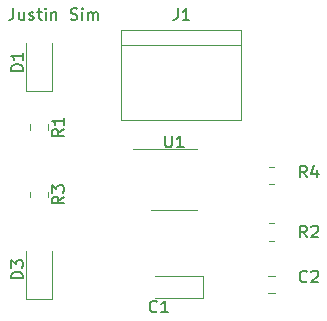
<source format=gbr>
%TF.GenerationSoftware,KiCad,Pcbnew,(6.0.10)*%
%TF.CreationDate,2023-02-16T14:21:40-08:00*%
%TF.ProjectId,Lab_4.2,4c61625f-342e-4322-9e6b-696361645f70,rev?*%
%TF.SameCoordinates,Original*%
%TF.FileFunction,Legend,Top*%
%TF.FilePolarity,Positive*%
%FSLAX46Y46*%
G04 Gerber Fmt 4.6, Leading zero omitted, Abs format (unit mm)*
G04 Created by KiCad (PCBNEW (6.0.10)) date 2023-02-16 14:21:40*
%MOMM*%
%LPD*%
G01*
G04 APERTURE LIST*
%ADD10C,0.150000*%
%ADD11C,0.120000*%
G04 APERTURE END LIST*
D10*
X127992619Y-71207380D02*
X127992619Y-71921666D01*
X127945000Y-72064523D01*
X127849761Y-72159761D01*
X127706904Y-72207380D01*
X127611666Y-72207380D01*
X128897380Y-71540714D02*
X128897380Y-72207380D01*
X128468809Y-71540714D02*
X128468809Y-72064523D01*
X128516428Y-72159761D01*
X128611666Y-72207380D01*
X128754523Y-72207380D01*
X128849761Y-72159761D01*
X128897380Y-72112142D01*
X129325952Y-72159761D02*
X129421190Y-72207380D01*
X129611666Y-72207380D01*
X129706904Y-72159761D01*
X129754523Y-72064523D01*
X129754523Y-72016904D01*
X129706904Y-71921666D01*
X129611666Y-71874047D01*
X129468809Y-71874047D01*
X129373571Y-71826428D01*
X129325952Y-71731190D01*
X129325952Y-71683571D01*
X129373571Y-71588333D01*
X129468809Y-71540714D01*
X129611666Y-71540714D01*
X129706904Y-71588333D01*
X130040238Y-71540714D02*
X130421190Y-71540714D01*
X130183095Y-71207380D02*
X130183095Y-72064523D01*
X130230714Y-72159761D01*
X130325952Y-72207380D01*
X130421190Y-72207380D01*
X130754523Y-72207380D02*
X130754523Y-71540714D01*
X130754523Y-71207380D02*
X130706904Y-71255000D01*
X130754523Y-71302619D01*
X130802142Y-71255000D01*
X130754523Y-71207380D01*
X130754523Y-71302619D01*
X131230714Y-71540714D02*
X131230714Y-72207380D01*
X131230714Y-71635952D02*
X131278333Y-71588333D01*
X131373571Y-71540714D01*
X131516428Y-71540714D01*
X131611666Y-71588333D01*
X131659285Y-71683571D01*
X131659285Y-72207380D01*
X132849761Y-72159761D02*
X132992619Y-72207380D01*
X133230714Y-72207380D01*
X133325952Y-72159761D01*
X133373571Y-72112142D01*
X133421190Y-72016904D01*
X133421190Y-71921666D01*
X133373571Y-71826428D01*
X133325952Y-71778809D01*
X133230714Y-71731190D01*
X133040238Y-71683571D01*
X132945000Y-71635952D01*
X132897380Y-71588333D01*
X132849761Y-71493095D01*
X132849761Y-71397857D01*
X132897380Y-71302619D01*
X132945000Y-71255000D01*
X133040238Y-71207380D01*
X133278333Y-71207380D01*
X133421190Y-71255000D01*
X133849761Y-72207380D02*
X133849761Y-71540714D01*
X133849761Y-71207380D02*
X133802142Y-71255000D01*
X133849761Y-71302619D01*
X133897380Y-71255000D01*
X133849761Y-71207380D01*
X133849761Y-71302619D01*
X134325952Y-72207380D02*
X134325952Y-71540714D01*
X134325952Y-71635952D02*
X134373571Y-71588333D01*
X134468809Y-71540714D01*
X134611666Y-71540714D01*
X134706904Y-71588333D01*
X134754523Y-71683571D01*
X134754523Y-72207380D01*
X134754523Y-71683571D02*
X134802142Y-71588333D01*
X134897380Y-71540714D01*
X135040238Y-71540714D01*
X135135476Y-71588333D01*
X135183095Y-71683571D01*
X135183095Y-72207380D01*
%TO.C,J1*%
X141906666Y-71207380D02*
X141906666Y-71921666D01*
X141859047Y-72064523D01*
X141763809Y-72159761D01*
X141620952Y-72207380D01*
X141525714Y-72207380D01*
X142906666Y-72207380D02*
X142335238Y-72207380D01*
X142620952Y-72207380D02*
X142620952Y-71207380D01*
X142525714Y-71350238D01*
X142430476Y-71445476D01*
X142335238Y-71493095D01*
%TO.C,R2*%
X152868333Y-90622380D02*
X152535000Y-90146190D01*
X152296904Y-90622380D02*
X152296904Y-89622380D01*
X152677857Y-89622380D01*
X152773095Y-89670000D01*
X152820714Y-89717619D01*
X152868333Y-89812857D01*
X152868333Y-89955714D01*
X152820714Y-90050952D01*
X152773095Y-90098571D01*
X152677857Y-90146190D01*
X152296904Y-90146190D01*
X153249285Y-89717619D02*
X153296904Y-89670000D01*
X153392142Y-89622380D01*
X153630238Y-89622380D01*
X153725476Y-89670000D01*
X153773095Y-89717619D01*
X153820714Y-89812857D01*
X153820714Y-89908095D01*
X153773095Y-90050952D01*
X153201666Y-90622380D01*
X153820714Y-90622380D01*
%TO.C,C2*%
X152868333Y-94337142D02*
X152820714Y-94384761D01*
X152677857Y-94432380D01*
X152582619Y-94432380D01*
X152439761Y-94384761D01*
X152344523Y-94289523D01*
X152296904Y-94194285D01*
X152249285Y-94003809D01*
X152249285Y-93860952D01*
X152296904Y-93670476D01*
X152344523Y-93575238D01*
X152439761Y-93480000D01*
X152582619Y-93432380D01*
X152677857Y-93432380D01*
X152820714Y-93480000D01*
X152868333Y-93527619D01*
X153249285Y-93527619D02*
X153296904Y-93480000D01*
X153392142Y-93432380D01*
X153630238Y-93432380D01*
X153725476Y-93480000D01*
X153773095Y-93527619D01*
X153820714Y-93622857D01*
X153820714Y-93718095D01*
X153773095Y-93860952D01*
X153201666Y-94432380D01*
X153820714Y-94432380D01*
%TO.C,C1*%
X140168333Y-96877142D02*
X140120714Y-96924761D01*
X139977857Y-96972380D01*
X139882619Y-96972380D01*
X139739761Y-96924761D01*
X139644523Y-96829523D01*
X139596904Y-96734285D01*
X139549285Y-96543809D01*
X139549285Y-96400952D01*
X139596904Y-96210476D01*
X139644523Y-96115238D01*
X139739761Y-96020000D01*
X139882619Y-95972380D01*
X139977857Y-95972380D01*
X140120714Y-96020000D01*
X140168333Y-96067619D01*
X141120714Y-96972380D02*
X140549285Y-96972380D01*
X140835000Y-96972380D02*
X140835000Y-95972380D01*
X140739761Y-96115238D01*
X140644523Y-96210476D01*
X140549285Y-96258095D01*
%TO.C,D3*%
X128807380Y-94083095D02*
X127807380Y-94083095D01*
X127807380Y-93845000D01*
X127855000Y-93702142D01*
X127950238Y-93606904D01*
X128045476Y-93559285D01*
X128235952Y-93511666D01*
X128378809Y-93511666D01*
X128569285Y-93559285D01*
X128664523Y-93606904D01*
X128759761Y-93702142D01*
X128807380Y-93845000D01*
X128807380Y-94083095D01*
X127807380Y-93178333D02*
X127807380Y-92559285D01*
X128188333Y-92892619D01*
X128188333Y-92749761D01*
X128235952Y-92654523D01*
X128283571Y-92606904D01*
X128378809Y-92559285D01*
X128616904Y-92559285D01*
X128712142Y-92606904D01*
X128759761Y-92654523D01*
X128807380Y-92749761D01*
X128807380Y-93035476D01*
X128759761Y-93130714D01*
X128712142Y-93178333D01*
%TO.C,R4*%
X152868333Y-85542380D02*
X152535000Y-85066190D01*
X152296904Y-85542380D02*
X152296904Y-84542380D01*
X152677857Y-84542380D01*
X152773095Y-84590000D01*
X152820714Y-84637619D01*
X152868333Y-84732857D01*
X152868333Y-84875714D01*
X152820714Y-84970952D01*
X152773095Y-85018571D01*
X152677857Y-85066190D01*
X152296904Y-85066190D01*
X153725476Y-84875714D02*
X153725476Y-85542380D01*
X153487380Y-84494761D02*
X153249285Y-85209047D01*
X153868333Y-85209047D01*
%TO.C,D1*%
X128807380Y-76520595D02*
X127807380Y-76520595D01*
X127807380Y-76282500D01*
X127855000Y-76139642D01*
X127950238Y-76044404D01*
X128045476Y-75996785D01*
X128235952Y-75949166D01*
X128378809Y-75949166D01*
X128569285Y-75996785D01*
X128664523Y-76044404D01*
X128759761Y-76139642D01*
X128807380Y-76282500D01*
X128807380Y-76520595D01*
X128807380Y-74996785D02*
X128807380Y-75568214D01*
X128807380Y-75282500D02*
X127807380Y-75282500D01*
X127950238Y-75377738D01*
X128045476Y-75472976D01*
X128093095Y-75568214D01*
%TO.C,U1*%
X140843095Y-82002380D02*
X140843095Y-82811904D01*
X140890714Y-82907142D01*
X140938333Y-82954761D01*
X141033571Y-83002380D01*
X141224047Y-83002380D01*
X141319285Y-82954761D01*
X141366904Y-82907142D01*
X141414523Y-82811904D01*
X141414523Y-82002380D01*
X142414523Y-83002380D02*
X141843095Y-83002380D01*
X142128809Y-83002380D02*
X142128809Y-82002380D01*
X142033571Y-82145238D01*
X141938333Y-82240476D01*
X141843095Y-82288095D01*
%TO.C,R1*%
X132277380Y-81446666D02*
X131801190Y-81780000D01*
X132277380Y-82018095D02*
X131277380Y-82018095D01*
X131277380Y-81637142D01*
X131325000Y-81541904D01*
X131372619Y-81494285D01*
X131467857Y-81446666D01*
X131610714Y-81446666D01*
X131705952Y-81494285D01*
X131753571Y-81541904D01*
X131801190Y-81637142D01*
X131801190Y-82018095D01*
X132277380Y-80494285D02*
X132277380Y-81065714D01*
X132277380Y-80780000D02*
X131277380Y-80780000D01*
X131420238Y-80875238D01*
X131515476Y-80970476D01*
X131563095Y-81065714D01*
%TO.C,R3*%
X132277380Y-87161666D02*
X131801190Y-87495000D01*
X132277380Y-87733095D02*
X131277380Y-87733095D01*
X131277380Y-87352142D01*
X131325000Y-87256904D01*
X131372619Y-87209285D01*
X131467857Y-87161666D01*
X131610714Y-87161666D01*
X131705952Y-87209285D01*
X131753571Y-87256904D01*
X131801190Y-87352142D01*
X131801190Y-87733095D01*
X131277380Y-86828333D02*
X131277380Y-86209285D01*
X131658333Y-86542619D01*
X131658333Y-86399761D01*
X131705952Y-86304523D01*
X131753571Y-86256904D01*
X131848809Y-86209285D01*
X132086904Y-86209285D01*
X132182142Y-86256904D01*
X132229761Y-86304523D01*
X132277380Y-86399761D01*
X132277380Y-86685476D01*
X132229761Y-86780714D01*
X132182142Y-86828333D01*
D11*
%TO.C,J1*%
X137160000Y-80645000D02*
X147320000Y-80645000D01*
X137160000Y-73025000D02*
X137160000Y-80645000D01*
X147320000Y-73025000D02*
X137160000Y-73025000D01*
X137160000Y-74295000D02*
X147320000Y-74295000D01*
X147320000Y-80645000D02*
X147320000Y-73025000D01*
%TO.C,R2*%
X150087064Y-90905000D02*
X149632936Y-90905000D01*
X150087064Y-89435000D02*
X149632936Y-89435000D01*
%TO.C,C2*%
X149598748Y-93870000D02*
X150121252Y-93870000D01*
X149598748Y-95340000D02*
X150121252Y-95340000D01*
%TO.C,C1*%
X144090000Y-93845000D02*
X140005000Y-93845000D01*
X144090000Y-95715000D02*
X144090000Y-93845000D01*
X140005000Y-95715000D02*
X144090000Y-95715000D01*
%TO.C,D3*%
X131310000Y-95805000D02*
X131310000Y-91745000D01*
X129040000Y-91745000D02*
X129040000Y-95805000D01*
X129040000Y-95805000D02*
X131310000Y-95805000D01*
%TO.C,R4*%
X150087064Y-84625000D02*
X149632936Y-84625000D01*
X150087064Y-86095000D02*
X149632936Y-86095000D01*
%TO.C,D1*%
X129040000Y-74182500D02*
X129040000Y-78242500D01*
X129040000Y-78242500D02*
X131310000Y-78242500D01*
X131310000Y-78242500D02*
X131310000Y-74182500D01*
%TO.C,U1*%
X141605000Y-83165000D02*
X143555000Y-83165000D01*
X141605000Y-88285000D02*
X143555000Y-88285000D01*
X141605000Y-83165000D02*
X138155000Y-83165000D01*
X141605000Y-88285000D02*
X139655000Y-88285000D01*
%TO.C,R1*%
X130910000Y-81052936D02*
X130910000Y-81507064D01*
X129440000Y-81052936D02*
X129440000Y-81507064D01*
%TO.C,R3*%
X129440000Y-86767936D02*
X129440000Y-87222064D01*
X130910000Y-86767936D02*
X130910000Y-87222064D01*
%TD*%
M02*

</source>
